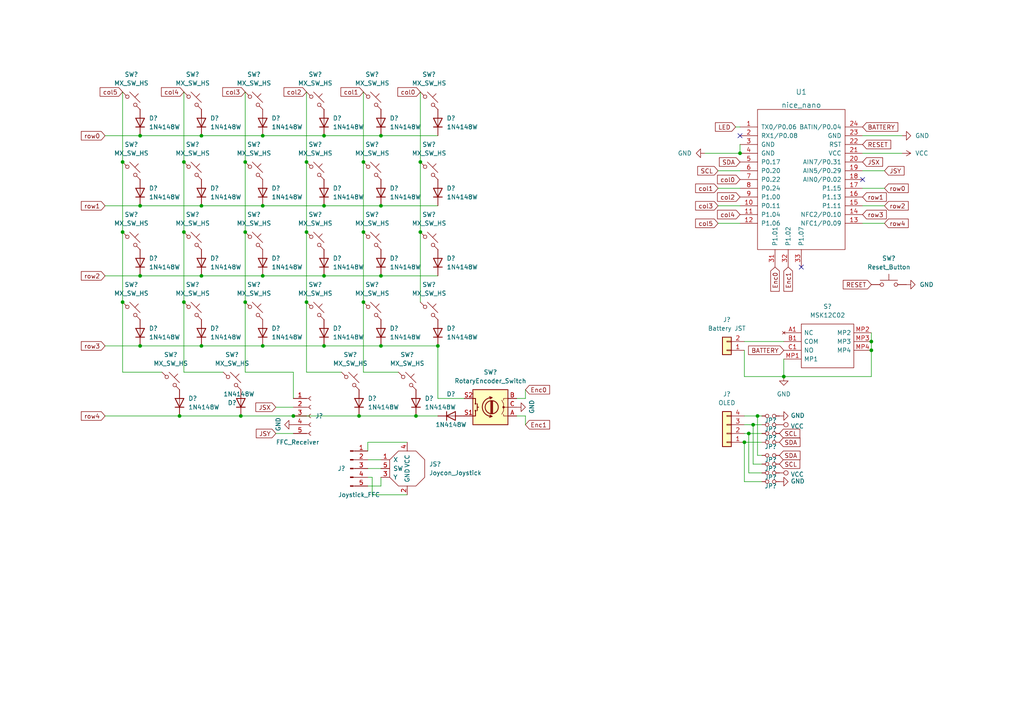
<source format=kicad_sch>
(kicad_sch (version 20211123) (generator eeschema)
  (paper "A4")
  (lib_symbols
    (symbol "Connector:Conn_01x05_Female" (pin_names (offset 1.016) hide)
      (property "Reference" "J" (at 0 7.62 0))
      (property "Value" "Conn_01x05_Female" (at 0 -7.62 0))
      (symbol "Conn_01x05_Female_1_1"
        (arc (start 0 -4.572) (mid -0.508 -5.08) (end 0 -5.588) (stroke (width 0.1524)))
        (arc (start 0 -2.032) (mid -0.508 -2.54) (end 0 -3.048) (stroke (width 0.1524)))
        (polyline (pts (xy -1.27 -5.08) (xy -0.508 -5.08)) (stroke (width 0.1524)))
        (polyline (pts (xy -1.27 -2.54) (xy -0.508 -2.54)) (stroke (width 0.1524)))
        (polyline (pts (xy -1.27 0) (xy -0.508 0)) (stroke (width 0.1524)))
        (polyline (pts (xy -1.27 2.54) (xy -0.508 2.54)) (stroke (width 0.1524)))
        (polyline (pts (xy -1.27 5.08) (xy -0.508 5.08)) (stroke (width 0.1524)))
        (arc (start 0 0.508) (mid -0.508 0) (end 0 -0.508) (stroke (width 0.1524)))
        (arc (start 0 3.048) (mid -0.508 2.54) (end 0 2.032) (stroke (width 0.1524)))
        (arc (start 0 5.588) (mid -0.508 5.08) (end 0 4.572) (stroke (width 0.1524)))
        (pin passive line (at -5.08 5.08 0) (length 3.81) (name "Pin_1") (number "1"))
        (pin passive line (at -5.08 2.54 0) (length 3.81) (name "Pin_2") (number "2"))
        (pin passive line (at -5.08 0 0) (length 3.81) (name "Pin_3") (number "3"))
        (pin passive line (at -5.08 -2.54 0) (length 3.81) (name "Pin_4") (number "4"))
        (pin passive line (at -5.08 -5.08 0) (length 3.81) (name "Pin_5") (number "5"))
      )
    )
    (symbol "Connector:Conn_01x05_Male" (pin_names (offset 1.016) hide)
      (property "Reference" "J" (at 0 7.62 0))
      (property "Value" "Conn_01x05_Male" (at 0 -7.62 0))
      (symbol "Conn_01x05_Male_1_1"
        (polyline (pts (xy 1.27 -5.08) (xy 0.8636 -5.08)) (stroke (width 0.1524)))
        (polyline (pts (xy 1.27 -2.54) (xy 0.8636 -2.54)) (stroke (width 0.1524)))
        (polyline (pts (xy 1.27 0) (xy 0.8636 0)) (stroke (width 0.1524)))
        (polyline (pts (xy 1.27 2.54) (xy 0.8636 2.54)) (stroke (width 0.1524)))
        (polyline (pts (xy 1.27 5.08) (xy 0.8636 5.08)) (stroke (width 0.1524)))
        (rectangle (start 0.8636 -4.953) (end 0 -5.207) (stroke (width 0.1524)) (fill (type outline)))
        (rectangle (start 0.8636 -2.413) (end 0 -2.667) (stroke (width 0.1524)) (fill (type outline)))
        (rectangle (start 0.8636 0.127) (end 0 -0.127) (stroke (width 0.1524)) (fill (type outline)))
        (rectangle (start 0.8636 2.667) (end 0 2.413) (stroke (width 0.1524)) (fill (type outline)))
        (rectangle (start 0.8636 5.207) (end 0 4.953) (stroke (width 0.1524)) (fill (type outline)))
        (pin passive line (at 5.08 5.08 180) (length 3.81) (name "Pin_1") (number "1"))
        (pin passive line (at 5.08 2.54 180) (length 3.81) (name "Pin_2") (number "2"))
        (pin passive line (at 5.08 0 180) (length 3.81) (name "Pin_3") (number "3"))
        (pin passive line (at 5.08 -2.54 180) (length 3.81) (name "Pin_4") (number "4"))
        (pin passive line (at 5.08 -5.08 180) (length 3.81) (name "Pin_5") (number "5"))
      )
    )
    (symbol "Connector_Generic:Conn_01x02" (pin_names (offset 1.016) hide)
      (property "Reference" "J" (at 0 2.54 0))
      (property "Value" "Conn_01x02" (at 0 -5.08 0))
      (symbol "Conn_01x02_1_1"
        (rectangle (start -1.27 -2.413) (end 0 -2.667) (stroke (width 0.1524)))
        (rectangle (start -1.27 0.127) (end 0 -0.127) (stroke (width 0.1524)))
        (rectangle (start -1.27 1.27) (end 1.27 -3.81) (stroke (width 0.254)) (fill (type background)))
        (pin passive line (at -5.08 0 0) (length 3.81) (name "Pin_1") (number "1"))
        (pin passive line (at -5.08 -2.54 0) (length 3.81) (name "Pin_2") (number "2"))
      )
    )
    (symbol "Connector_Generic:Conn_01x04" (pin_names (offset 1.016) hide)
      (property "Reference" "J" (at 0 5.08 0))
      (property "Value" "Conn_01x04" (at 0 -7.62 0))
      (symbol "Conn_01x04_1_1"
        (rectangle (start -1.27 -4.953) (end 0 -5.207) (stroke (width 0.1524)))
        (rectangle (start -1.27 -2.413) (end 0 -2.667) (stroke (width 0.1524)))
        (rectangle (start -1.27 0.127) (end 0 -0.127) (stroke (width 0.1524)))
        (rectangle (start -1.27 2.667) (end 0 2.413) (stroke (width 0.1524)))
        (rectangle (start -1.27 3.81) (end 1.27 -6.35) (stroke (width 0.254)) (fill (type background)))
        (pin passive line (at -5.08 2.54 0) (length 3.81) (name "Pin_1") (number "1"))
        (pin passive line (at -5.08 0 0) (length 3.81) (name "Pin_2") (number "2"))
        (pin passive line (at -5.08 -2.54 0) (length 3.81) (name "Pin_3") (number "3"))
        (pin passive line (at -5.08 -5.08 0) (length 3.81) (name "Pin_4") (number "4"))
      )
    )
    (symbol "Device:RotaryEncoder_Switch" (pin_names (offset 0.254) hide)
      (property "Reference" "SW" (at 0 6.604 0))
      (property "Value" "RotaryEncoder_Switch" (at 0 -6.604 0))
      (symbol "RotaryEncoder_Switch_0_1"
        (rectangle (start -5.08 5.08) (end 5.08 -5.08) (stroke (width 0.254)) (fill (type background)))
        (circle (center -3.81 0) (radius 0.254) (fill (type outline)))
        (arc (start -0.381 -2.794) (mid 2.3622 -0.0508) (end -0.381 2.667) (stroke (width 0.254)))
        (circle (center -0.381 0) (radius 1.905) (stroke (width 0.254)))
        (polyline (pts (xy -0.635 -1.778) (xy -0.635 1.778)) (stroke (width 0.254)))
        (polyline (pts (xy -0.381 -1.778) (xy -0.381 1.778)) (stroke (width 0.254)))
        (polyline (pts (xy -0.127 1.778) (xy -0.127 -1.778)) (stroke (width 0.254)))
        (polyline (pts (xy 3.81 0) (xy 3.429 0)) (stroke (width 0.254)))
        (polyline (pts (xy 3.81 1.016) (xy 3.81 -1.016)) (stroke (width 0.254)))
        (polyline (pts (xy -5.08 -2.54) (xy -3.81 -2.54) (xy -3.81 -2.032)))
        (polyline (pts (xy -5.08 2.54) (xy -3.81 2.54) (xy -3.81 2.032)))
        (polyline (pts (xy 0.254 -3.048) (xy -0.508 -2.794) (xy 0.127 -2.413)) (stroke (width 0.254)))
        (polyline (pts (xy 0.254 2.921) (xy -0.508 2.667) (xy 0.127 2.286)) (stroke (width 0.254)))
        (polyline (pts (xy 5.08 -2.54) (xy 4.318 -2.54) (xy 4.318 -1.016)) (stroke (width 0.254)))
        (polyline (pts (xy 5.08 2.54) (xy 4.318 2.54) (xy 4.318 1.016)) (stroke (width 0.254)))
        (polyline (pts (xy -5.08 0) (xy -3.81 0) (xy -3.81 -1.016) (xy -3.302 -2.032)))
        (polyline (pts (xy -4.318 0) (xy -3.81 0) (xy -3.81 1.016) (xy -3.302 2.032)))
        (circle (center 4.318 -1.016) (radius 0.127) (stroke (width 0.254)))
        (circle (center 4.318 1.016) (radius 0.127) (stroke (width 0.254)))
      )
      (symbol "RotaryEncoder_Switch_1_1"
        (pin passive line (at -7.62 2.54 0) (length 2.54) (name "A") (number "A"))
        (pin passive line (at -7.62 -2.54 0) (length 2.54) (name "B") (number "B"))
        (pin passive line (at -7.62 0 0) (length 2.54) (name "C") (number "C"))
        (pin passive line (at 7.62 2.54 180) (length 2.54) (name "S1") (number "S1"))
        (pin passive line (at 7.62 -2.54 180) (length 2.54) (name "S2") (number "S2"))
      )
    )
    (symbol "Diode:1N4148W" (pin_numbers hide) (pin_names hide)
      (property "Reference" "D" (at 0 2.54 0))
      (property "Value" "1N4148W" (at 0 -2.54 0))
      (symbol "1N4148W_0_1"
        (polyline (pts (xy -1.27 1.27) (xy -1.27 -1.27)) (stroke (width 0.254)))
        (polyline (pts (xy 1.27 0) (xy -1.27 0)))
        (polyline (pts (xy 1.27 1.27) (xy 1.27 -1.27) (xy -1.27 0) (xy 1.27 1.27)) (stroke (width 0.254)))
      )
      (symbol "1N4148W_1_1"
        (pin passive line (at -3.81 0 0) (length 2.54) (name "K") (number "1"))
        (pin passive line (at 3.81 0 180) (length 2.54) (name "A") (number "2"))
      )
    )
    (symbol "GND_1" (power) (pin_names (offset 0))
      (property "Value" "GND_1" (at 0 -3.81 0))
      (symbol "GND_1_0_1"
        (polyline (pts (xy 0 0) (xy 0 -1.27) (xy 1.27 -1.27) (xy 0 -2.54) (xy -1.27 -1.27) (xy 0 -1.27)))
      )
      (symbol "GND_1_1_1"
        (pin power_in line (at 0 0 270) (length 0) hide (name "GND") (number "1"))
      )
    )
    (symbol "GND_2" (power) (pin_names (offset 0))
      (property "Value" "GND_2" (at 0 -3.81 0))
      (symbol "GND_2_0_1"
        (polyline (pts (xy 0 0) (xy 0 -1.27) (xy 1.27 -1.27) (xy 0 -2.54) (xy -1.27 -1.27) (xy 0 -1.27)))
      )
      (symbol "GND_2_1_1"
        (pin power_in line (at 0 0 270) (length 0) hide (name "GND") (number "1"))
      )
    )
    (symbol "GND_3" (power) (pin_names (offset 0))
      (property "Value" "GND_3" (at 0 -3.81 0))
      (symbol "GND_3_0_1"
        (polyline (pts (xy 0 0) (xy 0 -1.27) (xy 1.27 -1.27) (xy 0 -2.54) (xy -1.27 -1.27) (xy 0 -1.27)))
      )
      (symbol "GND_3_1_1"
        (pin power_in line (at 0 0 270) (length 0) hide (name "GND") (number "1"))
      )
    )
    (symbol "GND_4" (power) (pin_names (offset 0))
      (property "Value" "GND_4" (at 0 -3.81 0))
      (symbol "GND_4_0_1"
        (polyline (pts (xy 0 0) (xy 0 -1.27) (xy 1.27 -1.27) (xy 0 -2.54) (xy -1.27 -1.27) (xy 0 -1.27)))
      )
      (symbol "GND_4_1_1"
        (pin power_in line (at 0 0 270) (length 0) hide (name "GND") (number "1"))
      )
    )
    (symbol "MSK12C02:MSK12C02" (pin_names (offset 0.762))
      (property "Reference" "S" (at 21.59 7.62 0))
      (property "Value" "MSK12C02" (at 21.59 5.08 0))
      (symbol "MSK12C02_0_0"
        (pin no_connect line (at 0 0 0) (length 5.08) (name "NC") (number "A1"))
        (pin passive line (at 0 -2.54 0) (length 5.08) (name "COM") (number "B1"))
        (pin passive line (at 0 -5.08 0) (length 5.08) (name "NO") (number "C1"))
        (pin passive line (at 0 -7.62 0) (length 5.08) (name "MP1") (number "MP1"))
        (pin passive line (at 25.4 0 180) (length 5.08) (name "MP2") (number "MP2"))
        (pin passive line (at 25.4 -2.54 180) (length 5.08) (name "MP3") (number "MP3"))
        (pin passive line (at 25.4 -5.08 180) (length 5.08) (name "MP4") (number "MP4"))
      )
      (symbol "MSK12C02_0_1"
        (polyline (pts (xy 5.08 2.54) (xy 20.32 2.54) (xy 20.32 -10.16) (xy 5.08 -10.16) (xy 5.08 2.54)) (stroke (width 0.1524)))
      )
    )
    (symbol "SofleKeyboard-rescue:GND-power" (power) (pin_names (offset 0))
      (property "Value" "GND-power" (at 0 -3.81 0))
      (symbol "GND-power_0_1"
        (polyline (pts (xy 0 0) (xy 0 -1.27) (xy 1.27 -1.27) (xy 0 -2.54) (xy -1.27 -1.27) (xy 0 -1.27)))
      )
      (symbol "GND-power_1_1"
        (pin power_in line (at 0 0 270) (length 0) hide (name "GND") (number "1"))
      )
    )
    (symbol "SofleKeyboard-rescue:Jumper_NO_Small-Device" (pin_numbers hide) (pin_names (offset 0.762) hide)
      (property "Reference" "JP" (at 0 2.032 0))
      (property "Value" "Jumper_NO_Small-Device" (at 0.254 -1.524 0))
      (symbol "Jumper_NO_Small-Device_0_1"
        (circle (center -1.016 0) (radius 0.508))
        (circle (center 1.016 0) (radius 0.508))
        (pin passive line (at -2.54 0 0) (length 1.016) (name "1") (number "1"))
        (pin passive line (at 2.54 0 180) (length 1.016) (name "2") (number "2"))
      )
    )
    (symbol "SofleKeyboard-rescue:VCC-power" (power) (pin_names (offset 0))
      (property "Value" "VCC-power" (at 0 3.81 0))
      (symbol "VCC-power_0_1"
        (polyline (pts (xy 0 0) (xy 0 1.27)))
        (circle (center 0 1.905) (radius 0.635))
      )
      (symbol "VCC-power_1_1"
        (pin power_in line (at 0 0 90) (length 0) hide (name "VCC") (number "1"))
      )
    )
    (symbol "Switch:SW_Push" (pin_numbers hide) (pin_names (offset 1.016) hide)
      (property "Reference" "SW" (at 1.27 2.54 0))
      (property "Value" "SW_Push" (at 0 -1.524 0))
      (symbol "SW_Push_0_1"
        (circle (center -2.032 0) (radius 0.508))
        (polyline (pts (xy 0 1.27) (xy 0 3.048)))
        (polyline (pts (xy 2.54 1.27) (xy -2.54 1.27)))
        (circle (center 2.032 0) (radius 0.508))
        (pin passive line (at -5.08 0 0) (length 2.54) (name "1") (number "1"))
        (pin passive line (at 5.08 0 180) (length 2.54) (name "2") (number "2"))
      )
    )
    (symbol "marbastlib-mx:MX_SW_HS" (pin_numbers hide) (pin_names (offset 1.016) hide)
      (property "Reference" "SW" (at 3.048 1.016 0))
      (property "Value" "MX_SW_HS" (at 0 -3.81 0))
      (symbol "MX_SW_HS_0_1"
        (circle (center -1.1684 1.1684) (radius 0.508))
        (polyline (pts (xy -0.508 2.54) (xy 2.54 -0.508)))
        (polyline (pts (xy 1.016 1.016) (xy 2.032 2.032)))
        (polyline (pts (xy -2.54 2.54) (xy -1.524 1.524) (xy -1.524 1.524)))
        (polyline (pts (xy 1.524 -1.524) (xy 2.54 -2.54) (xy 2.54 -2.54) (xy 2.54 -2.54)))
        (circle (center 1.143 -1.1938) (radius 0.508))
        (pin passive line (at -2.54 2.54 0) (length 0) (name "1") (number "1"))
        (pin passive line (at 2.54 -2.54 180) (length 0) (name "2") (number "2"))
      )
    )
    (symbol "marbastlib-various:joystick_switch" (pin_names (offset 1.016))
      (property "Reference" "JS" (at -5.08 5.08 0))
      (property "Value" "joystick_switch" (at -8.89 7.62 0))
      (symbol "joystick_switch_0_1"
        (polyline (pts (xy -5.08 2.54) (xy -5.08 -2.54) (xy -2.54 -5.08) (xy 1.27 -5.08) (xy 2.54 -5.08) (xy 5.08 -2.54) (xy 5.08 2.54) (xy 2.54 5.08) (xy -2.54 5.08) (xy -5.08 2.54)))
      )
      (symbol "joystick_switch_1_1"
        (pin output line (at -7.62 2.54 0) (length 2.54) (name "X") (number "1"))
        (pin power_in line (at 0 -7.62 90) (length 2.54) (name "GND") (number "2"))
        (pin output line (at -7.62 -2.54 0) (length 2.54) (name "Y") (number "3"))
        (pin power_in line (at 0 7.62 270) (length 2.54) (name "VCC") (number "4"))
        (pin output line (at -7.62 0 0) (length 2.54) (name "SW") (number "5"))
      )
    )
    (symbol "nice_nano:nice_nano" (pin_names (offset 1.016))
      (property "Reference" "U" (at 0 0 0))
      (property "Value" "nice_nano" (at 0 2.54 0))
      (symbol "nice_nano_0_1"
        (rectangle (start -12.7 -21.59) (end 12.7 19.05))
      )
      (symbol "nice_nano_1_1"
        (pin input line (at -17.78 13.97 0) (length 5.08) (name "TX0/P0.06") (number "1"))
        (pin input line (at -17.78 -8.89 0) (length 5.08) (name "P0.11") (number "10"))
        (pin input line (at -17.78 -11.43 0) (length 5.08) (name "P1.04") (number "11"))
        (pin input line (at -17.78 -13.97 0) (length 5.08) (name "P1.06") (number "12"))
        (pin input line (at 17.78 -13.97 180) (length 5.08) (name "NFC1/P0.09") (number "13"))
        (pin input line (at 17.78 -11.43 180) (length 5.08) (name "NFC2/P0.10") (number "14"))
        (pin input line (at 17.78 -8.89 180) (length 5.08) (name "P1.11") (number "15"))
        (pin input line (at 17.78 -6.35 180) (length 5.08) (name "P1.13") (number "16"))
        (pin input line (at 17.78 -3.81 180) (length 5.08) (name "P1.15") (number "17"))
        (pin input line (at 17.78 -1.27 180) (length 5.08) (name "AIN0/P0.02") (number "18"))
        (pin input line (at 17.78 1.27 180) (length 5.08) (name "AIN5/P0.29") (number "19"))
        (pin input line (at -17.78 11.43 0) (length 5.08) (name "RX1/P0.08") (number "2"))
        (pin input line (at 17.78 3.81 180) (length 5.08) (name "AIN7/P0.31") (number "20"))
        (pin input line (at 17.78 6.35 180) (length 5.08) (name "VCC") (number "21"))
        (pin input line (at 17.78 8.89 180) (length 5.08) (name "RST") (number "22"))
        (pin input line (at 17.78 11.43 180) (length 5.08) (name "GND") (number "23"))
        (pin input line (at 17.78 13.97 180) (length 5.08) (name "BATIN/P0.04") (number "24"))
        (pin input line (at -17.78 8.89 0) (length 5.08) (name "GND") (number "3"))
        (pin input line (at -7.62 -26.67 90) (length 5.08) (name "P1.01") (number "31"))
        (pin input line (at -3.81 -26.67 90) (length 5.08) (name "P1.02") (number "32"))
        (pin input line (at 0 -26.67 90) (length 5.08) (name "P1.07") (number "33"))
        (pin input line (at -17.78 6.35 0) (length 5.08) (name "GND") (number "4"))
        (pin input line (at -17.78 3.81 0) (length 5.08) (name "P0.17") (number "5"))
        (pin input line (at -17.78 1.27 0) (length 5.08) (name "P0.20") (number "6"))
        (pin input line (at -17.78 -1.27 0) (length 5.08) (name "P0.22") (number "7"))
        (pin input line (at -17.78 -3.81 0) (length 5.08) (name "P0.24") (number "8"))
        (pin input line (at -17.78 -6.35 0) (length 5.08) (name "P1.00") (number "9"))
      )
    )
    (symbol "power:GND" (power) (pin_names (offset 0))
      (property "Value" "GND" (at 0 -3.81 0))
      (symbol "GND_0_1"
        (polyline (pts (xy 0 0) (xy 0 -1.27) (xy 1.27 -1.27) (xy 0 -2.54) (xy -1.27 -1.27) (xy 0 -1.27)))
      )
      (symbol "GND_1_1"
        (pin power_in line (at 0 0 270) (length 0) hide (name "GND") (number "1"))
      )
    )
    (symbol "power:VCC" (power) (pin_names (offset 0))
      (property "Value" "VCC" (at 0 3.81 0))
      (symbol "VCC_0_1"
        (polyline (pts (xy -0.762 1.27) (xy 0 2.54)))
        (polyline (pts (xy 0 0) (xy 0 2.54)))
        (polyline (pts (xy 0 2.54) (xy 0.762 1.27)))
      )
      (symbol "VCC_1_1"
        (pin power_in line (at 0 0 90) (length 0) hide (name "VCC") (number "1"))
      )
    )
  )
  (junction (at 40.64 59.69))
  (junction (at 88.9 87.63))
  (junction (at 71.12 87.63))
  (junction (at 76.2 80.01))
  (junction (at 110.49 100.33))
  (junction (at 35.56 46.99))
  (junction (at 110.49 80.01))
  (junction (at 93.98 59.69))
  (junction (at 40.64 39.37))
  (junction (at 71.12 67.31))
  (junction (at 58.42 39.37))
  (junction (at 35.56 87.63))
  (junction (at 58.42 59.69))
  (junction (at 85.09 120.65))
  (junction (at 76.2 100.33))
  (junction (at 121.92 67.31))
  (junction (at 40.64 80.01))
  (junction (at 227.33 109.22))
  (junction (at 219.71 120.65))
  (junction (at 88.9 67.31))
  (junction (at 71.12 46.99))
  (junction (at 121.92 46.99))
  (junction (at 214.63 44.45))
  (junction (at 58.42 100.33))
  (junction (at 69.85 120.65))
  (junction (at 215.9 128.27))
  (junction (at 76.2 59.69))
  (junction (at 35.56 67.31))
  (junction (at 104.14 120.65))
  (junction (at 88.9 46.99))
  (junction (at 105.41 67.31))
  (junction (at 53.34 67.31))
  (junction (at 105.41 87.63))
  (junction (at 93.98 39.37))
  (junction (at 58.42 80.01))
  (junction (at 120.65 120.65))
  (junction (at 105.41 46.99))
  (junction (at 218.44 123.19))
  (junction (at 252.73 101.6))
  (junction (at 110.49 59.69))
  (junction (at 93.98 100.33))
  (junction (at 110.49 39.37))
  (junction (at 252.73 99.06))
  (junction (at 52.07 120.65))
  (junction (at 53.34 87.63))
  (junction (at 40.64 100.33))
  (junction (at 93.98 80.01))
  (junction (at 76.2 39.37))
  (junction (at 127 100.33))
  (junction (at 53.34 46.99))
  (junction (at 217.17 125.73))
  (no_connect (at 250.19 52.07))
  (no_connect (at 232.41 77.47))
  (no_connect (at 214.63 39.37))
  (wire (pts (xy 76.2 39.37) (xy 93.98 39.37)))
  (wire (pts (xy 213.36 36.83) (xy 214.63 36.83)))
  (wire (pts (xy 93.98 80.01) (xy 110.49 80.01)))
  (wire (pts (xy 40.64 80.01) (xy 58.42 80.01)))
  (wire (pts (xy 219.71 120.65) (xy 219.71 132.08)))
  (wire (pts (xy 58.42 39.37) (xy 76.2 39.37)))
  (wire (pts (xy 71.12 46.99) (xy 71.12 67.31)))
  (wire (pts (xy 208.28 54.61) (xy 214.63 54.61)))
  (wire (pts (xy 215.9 101.6) (xy 215.9 109.22)))
  (wire (pts (xy 214.63 41.91) (xy 214.63 44.45)))
  (wire (pts (xy 218.44 123.19) (xy 220.98 123.19)))
  (wire (pts (xy 53.34 26.67) (xy 53.34 46.99)))
  (wire (pts (xy 215.9 128.27) (xy 215.9 139.7)))
  (wire (pts (xy 215.9 123.19) (xy 218.44 123.19)))
  (wire (pts (xy 85.09 107.95) (xy 85.09 115.57)))
  (wire (pts (xy 107.95 138.43) (xy 107.95 143.51)))
  (wire (pts (xy 149.86 115.57) (xy 152.4 115.57)))
  (wire (pts (xy 35.56 26.67) (xy 35.56 46.99)))
  (wire (pts (xy 53.34 46.99) (xy 53.34 67.31)))
  (wire (pts (xy 53.34 67.31) (xy 53.34 87.63)))
  (wire (pts (xy 76.2 59.69) (xy 93.98 59.69)))
  (wire (pts (xy 104.14 120.65) (xy 120.65 120.65)))
  (wire (pts (xy 106.68 140.97) (xy 110.49 140.97)))
  (wire (pts (xy 105.41 67.31) (xy 105.41 87.63)))
  (wire (pts (xy 71.12 26.67) (xy 71.12 46.99)))
  (wire (pts (xy 256.54 64.77) (xy 250.19 64.77)))
  (wire (pts (xy 71.12 87.63) (xy 71.12 107.95)))
  (wire (pts (xy 215.9 120.65) (xy 219.71 120.65)))
  (wire (pts (xy 127 100.33) (xy 127 115.57)))
  (wire (pts (xy 217.17 137.16) (xy 220.98 137.16)))
  (wire (pts (xy 127 115.57) (xy 134.62 115.57)))
  (wire (pts (xy 35.56 87.63) (xy 35.56 107.95)))
  (wire (pts (xy 71.12 107.95) (xy 85.09 107.95)))
  (wire (pts (xy 88.9 67.31) (xy 88.9 87.63)))
  (wire (pts (xy 110.49 80.01) (xy 127 80.01)))
  (wire (pts (xy 58.42 80.01) (xy 76.2 80.01)))
  (wire (pts (xy 110.49 138.43) (xy 110.49 140.97)))
  (wire (pts (xy 121.92 67.31) (xy 121.92 87.63)))
  (wire (pts (xy 218.44 123.19) (xy 218.44 134.62)))
  (wire (pts (xy 58.42 100.33) (xy 76.2 100.33)))
  (wire (pts (xy 250.19 44.45) (xy 261.62 44.45)))
  (wire (pts (xy 110.49 39.37) (xy 127 39.37)))
  (wire (pts (xy 30.48 80.01) (xy 40.64 80.01)))
  (wire (pts (xy 76.2 100.33) (xy 93.98 100.33)))
  (wire (pts (xy 88.9 26.67) (xy 88.9 46.99)))
  (wire (pts (xy 85.09 120.65) (xy 104.14 120.65)))
  (wire (pts (xy 256.54 49.53) (xy 250.19 49.53)))
  (wire (pts (xy 80.01 125.73) (xy 85.09 125.73)))
  (wire (pts (xy 40.64 100.33) (xy 58.42 100.33)))
  (wire (pts (xy 88.9 87.63) (xy 88.9 107.95)))
  (wire (pts (xy 217.17 125.73) (xy 217.17 137.16)))
  (wire (pts (xy 252.73 101.6) (xy 252.73 109.22)))
  (wire (pts (xy 35.56 107.95) (xy 46.99 107.95)))
  (wire (pts (xy 227.33 109.22) (xy 252.73 109.22)))
  (wire (pts (xy 118.11 143.51) (xy 107.95 143.51)))
  (wire (pts (xy 52.07 120.65) (xy 69.85 120.65)))
  (wire (pts (xy 252.73 96.52) (xy 252.73 99.06)))
  (wire (pts (xy 40.64 39.37) (xy 58.42 39.37)))
  (wire (pts (xy 30.48 39.37) (xy 40.64 39.37)))
  (wire (pts (xy 219.71 120.65) (xy 220.98 120.65)))
  (wire (pts (xy 120.65 120.65) (xy 127 120.65)))
  (wire (pts (xy 76.2 80.01) (xy 93.98 80.01)))
  (wire (pts (xy 152.4 120.65) (xy 152.4 123.19)))
  (wire (pts (xy 35.56 67.31) (xy 35.56 87.63)))
  (wire (pts (xy 40.64 59.69) (xy 58.42 59.69)))
  (wire (pts (xy 35.56 46.99) (xy 35.56 67.31)))
  (wire (pts (xy 106.68 135.89) (xy 110.49 135.89)))
  (wire (pts (xy 149.86 120.65) (xy 152.4 120.65)))
  (wire (pts (xy 227.33 109.22) (xy 227.33 104.14)))
  (wire (pts (xy 30.48 59.69) (xy 40.64 59.69)))
  (wire (pts (xy 53.34 107.95) (xy 64.77 107.95)))
  (wire (pts (xy 71.12 67.31) (xy 71.12 87.63)))
  (wire (pts (xy 215.9 99.06) (xy 227.33 99.06)))
  (wire (pts (xy 121.92 26.67) (xy 121.92 46.99)))
  (wire (pts (xy 217.17 125.73) (xy 220.98 125.73)))
  (wire (pts (xy 110.49 59.69) (xy 127 59.69)))
  (wire (pts (xy 152.4 113.03) (xy 152.4 115.57)))
  (wire (pts (xy 118.11 128.27) (xy 106.68 128.27)))
  (wire (pts (xy 208.28 49.53) (xy 214.63 49.53)))
  (wire (pts (xy 106.68 133.35) (xy 110.49 133.35)))
  (wire (pts (xy 69.85 120.65) (xy 85.09 120.65)))
  (wire (pts (xy 107.95 138.43) (xy 106.68 138.43)))
  (wire (pts (xy 252.73 99.06) (xy 252.73 101.6)))
  (wire (pts (xy 110.49 100.33) (xy 127 100.33)))
  (wire (pts (xy 105.41 46.99) (xy 105.41 67.31)))
  (wire (pts (xy 219.71 132.08) (xy 220.98 132.08)))
  (wire (pts (xy 208.28 59.69) (xy 214.63 59.69)))
  (wire (pts (xy 121.92 46.99) (xy 121.92 67.31)))
  (wire (pts (xy 30.48 100.33) (xy 40.64 100.33)))
  (wire (pts (xy 215.9 139.7) (xy 220.98 139.7)))
  (wire (pts (xy 208.28 64.77) (xy 214.63 64.77)))
  (wire (pts (xy 215.9 109.22) (xy 227.33 109.22)))
  (wire (pts (xy 93.98 39.37) (xy 110.49 39.37)))
  (wire (pts (xy 105.41 87.63) (xy 105.41 107.95)))
  (wire (pts (xy 215.9 125.73) (xy 217.17 125.73)))
  (wire (pts (xy 88.9 46.99) (xy 88.9 67.31)))
  (wire (pts (xy 93.98 59.69) (xy 110.49 59.69)))
  (wire (pts (xy 218.44 134.62) (xy 220.98 134.62)))
  (wire (pts (xy 106.68 128.27) (xy 106.68 130.81)))
  (wire (pts (xy 58.42 59.69) (xy 76.2 59.69)))
  (wire (pts (xy 204.47 44.45) (xy 214.63 44.45)))
  (wire (pts (xy 256.54 54.61) (xy 250.19 54.61)))
  (wire (pts (xy 220.98 128.27) (xy 215.9 128.27)))
  (wire (pts (xy 105.41 107.95) (xy 115.57 107.95)))
  (wire (pts (xy 88.9 107.95) (xy 99.06 107.95)))
  (wire (pts (xy 93.98 100.33) (xy 110.49 100.33)))
  (wire (pts (xy 53.34 87.63) (xy 53.34 107.95)))
  (wire (pts (xy 30.48 120.65) (xy 52.07 120.65)))
  (wire (pts (xy 256.54 59.69) (xy 250.19 59.69)))
  (wire (pts (xy 80.01 118.11) (xy 85.09 118.11)))
  (wire (pts (xy 105.41 26.67) (xy 105.41 46.99)))
  (wire (pts (xy 250.19 39.37) (xy 261.62 39.37)))
  (global_label "SDA" (shape input) (at 226.06 132.08 0) (property "Intersheet References" "${INTERSHEET_REFS}" (effects hide)))
  (global_label "BATTERY" (shape input) (at 250.19 36.83 0) (property "Intersheet References" "${INTERSHEET_REFS}" (effects hide)))
  (global_label "col2" (shape input) (at 214.63 57.15 180) (property "Intersheet References" "${INTERSHEET_REFS}" (effects hide)))
  (global_label "row1" (shape input) (at 30.48 59.69 180) (property "Intersheet References" "${INTERSHEET_REFS}" (effects hide)))
  (global_label "col4" (shape input) (at 214.63 62.23 180) (property "Intersheet References" "${INTERSHEET_REFS}" (effects hide)))
  (global_label "SDA" (shape input) (at 214.63 46.99 180) (property "Intersheet References" "${INTERSHEET_REFS}" (effects hide)))
  (global_label "col3" (shape input) (at 208.28 59.69 180) (property "Intersheet References" "${INTERSHEET_REFS}" (effects hide)))
  (global_label "SCL" (shape input) (at 208.28 49.53 180) (property "Intersheet References" "${INTERSHEET_REFS}" (effects hide)))
  (global_label "row3" (shape input) (at 250.19 62.23 0) (property "Intersheet References" "${INTERSHEET_REFS}" (effects hide)))
  (global_label "row4" (shape input) (at 256.54 64.77 0) (property "Intersheet References" "${INTERSHEET_REFS}" (effects hide)))
  (global_label "col5" (shape input) (at 35.56 26.67 180) (property "Intersheet References" "${INTERSHEET_REFS}" (effects hide)))
  (global_label "Enc0" (shape input) (at 152.4 113.03 0) (property "Intersheet References" "${INTERSHEET_REFS}" (effects hide)))
  (global_label "SCL" (shape input) (at 226.06 125.73 0) (property "Intersheet References" "${INTERSHEET_REFS}" (effects hide)))
  (global_label "col0" (shape input) (at 121.92 26.67 180) (property "Intersheet References" "${INTERSHEET_REFS}" (effects hide)))
  (global_label "JSX" (shape input) (at 250.19 46.99 0) (property "Intersheet References" "${INTERSHEET_REFS}" (effects hide)))
  (global_label "row0" (shape input) (at 256.54 54.61 0) (property "Intersheet References" "${INTERSHEET_REFS}" (effects hide)))
  (global_label "col2" (shape input) (at 88.9 26.67 180) (property "Intersheet References" "${INTERSHEET_REFS}" (effects hide)))
  (global_label "row2" (shape input) (at 256.54 59.69 0) (property "Intersheet References" "${INTERSHEET_REFS}" (effects hide)))
  (global_label "SCL" (shape input) (at 226.06 134.62 0) (property "Intersheet References" "${INTERSHEET_REFS}" (effects hide)))
  (global_label "BATTERY" (shape input) (at 227.33 101.6 180) (property "Intersheet References" "${INTERSHEET_REFS}" (effects hide)))
  (global_label "JSY" (shape input) (at 80.01 125.73 180) (property "Intersheet References" "${INTERSHEET_REFS}" (effects hide)))
  (global_label "col5" (shape input) (at 208.28 64.77 180) (property "Intersheet References" "${INTERSHEET_REFS}" (effects hide)))
  (global_label "col0" (shape input) (at 214.63 52.07 180) (property "Intersheet References" "${INTERSHEET_REFS}" (effects hide)))
  (global_label "row4" (shape input) (at 30.48 120.65 180) (property "Intersheet References" "${INTERSHEET_REFS}" (effects hide)))
  (global_label "col3" (shape input) (at 71.12 26.67 180) (property "Intersheet References" "${INTERSHEET_REFS}" (effects hide)))
  (global_label "Enc0" (shape input) (at 224.79 77.47 270) (property "Intersheet References" "${INTERSHEET_REFS}" (effects hide)))
  (global_label "col4" (shape input) (at 53.34 26.67 180) (property "Intersheet References" "${INTERSHEET_REFS}" (effects hide)))
  (global_label "JSX" (shape input) (at 80.01 118.11 180) (property "Intersheet References" "${INTERSHEET_REFS}" (effects hide)))
  (global_label "JSY" (shape input) (at 256.54 49.53 0) (property "Intersheet References" "${INTERSHEET_REFS}" (effects hide)))
  (global_label "col1" (shape input) (at 208.28 54.61 180) (property "Intersheet References" "${INTERSHEET_REFS}" (effects hide)))
  (global_label "row2" (shape input) (at 30.48 80.01 180) (property "Intersheet References" "${INTERSHEET_REFS}" (effects hide)))
  (global_label "SDA" (shape input) (at 226.06 128.27 0) (property "Intersheet References" "${INTERSHEET_REFS}" (effects hide)))
  (global_label "Enc1" (shape input) (at 228.6 77.47 270) (property "Intersheet References" "${INTERSHEET_REFS}" (effects hide)))
  (global_label "Enc1" (shape input) (at 152.4 123.19 0) (property "Intersheet References" "${INTERSHEET_REFS}" (effects hide)))
  (global_label "row3" (shape input) (at 30.48 100.33 180) (property "Intersheet References" "${INTERSHEET_REFS}" (effects hide)))
  (global_label "RESET" (shape input) (at 250.19 41.91 0) (property "Intersheet References" "${INTERSHEET_REFS}" (effects hide)))
  (global_label "LED" (shape input) (at 213.36 36.83 180) (property "Intersheet References" "${INTERSHEET_REFS}" (effects hide)))
  (global_label "col1" (shape input) (at 105.41 26.67 180) (property "Intersheet References" "${INTERSHEET_REFS}" (effects hide)))
  (global_label "RESET" (shape input) (at 252.73 82.55 180) (property "Intersheet References" "${INTERSHEET_REFS}" (effects hide)))
  (global_label "row1" (shape input) (at 250.19 57.15 0) (property "Intersheet References" "${INTERSHEET_REFS}" (effects hide)))
  (global_label "row0" (shape input) (at 30.48 39.37 180) (property "Intersheet References" "${INTERSHEET_REFS}" (effects hide)))
  (symbol (lib_id "Diode:1N4148W") (at 40.64 55.88 90) (unit 1)
    (property "Reference" "D?" (at 43.18 54.6099 90) (effects (justify right)))
    (property "Value" "1N4148W" (at 43.18 57.1499 90) (effects (justify right)))
    (property "Footprint" "Diode_SMD:D_SOD-123" (effects hide))
    (property "Datasheet" "https://www.vishay.com/docs/85748/1n4148w.pdf" (effects hide))
  )
  (symbol (lib_id "Diode:1N4148W") (at 40.64 76.2 90) (unit 1)
    (property "Reference" "D?" (at 43.18 74.9299 90) (effects (justify right)))
    (property "Value" "1N4148W" (at 43.18 77.4699 90) (effects (justify right)))
    (property "Footprint" "Diode_SMD:D_SOD-123" (effects hide))
    (property "Datasheet" "https://www.vishay.com/docs/85748/1n4148w.pdf" (effects hide))
  )
  (symbol (lib_id "SofleKeyboard-rescue:Jumper_NO_Small-Device") (at 223.52 120.65 0) (unit 1)
    (property "Reference" "JP?" (at 223.52 121.92 0))
    (property "Value" "Jumper_NO_Small" (effects hide))
    (property "Footprint" "SofleKeyboard-footprint:Jumper" (effects hide))
  )
  (symbol (lib_id "SofleKeyboard-rescue:GND-power") (at 226.06 120.65 90) (unit 1)
    (property "Reference" "#PWR?" (effects hide))
    (property "Value" "GND" (at 229.3112 120.523 90) (effects (justify right)))
  )
  (symbol (lib_id "marbastlib-mx:MX_SW_HS") (at 55.88 69.85 0) (unit 1)
    (property "Reference" "SW?" (at 55.88 62.23 0))
    (property "Value" "MX_SW_HS" (at 55.88 64.77 0))
    (property "Footprint" "marbastlib-mx:SW_MX_HS_1u" (effects hide))
  )
  (symbol (lib_id "power:VCC") (at 261.62 44.45 270) (unit 1)
    (property "Reference" "#PWR?" (effects hide))
    (property "Value" "VCC" (at 265.43 44.4499 90) (effects (justify left)))
  )
  (symbol (lib_id "marbastlib-mx:MX_SW_HS") (at 38.1 90.17 0) (unit 1)
    (property "Reference" "SW?" (at 38.1 82.55 0))
    (property "Value" "MX_SW_HS" (at 38.1 85.09 0))
    (property "Footprint" "marbastlib-mx:SW_MX_HS_1u" (effects hide))
  )
  (symbol (lib_id "Diode:1N4148W") (at 110.49 96.52 90) (unit 1)
    (property "Reference" "D?" (at 113.03 95.2499 90) (effects (justify right)))
    (property "Value" "1N4148W" (at 113.03 97.7899 90) (effects (justify right)))
    (property "Footprint" "Diode_SMD:D_SOD-123" (effects hide))
    (property "Datasheet" "https://www.vishay.com/docs/85748/1n4148w.pdf" (effects hide))
  )
  (symbol (lib_id "marbastlib-mx:MX_SW_HS") (at 107.95 69.85 0) (unit 1)
    (property "Reference" "SW?" (at 107.95 62.23 0))
    (property "Value" "MX_SW_HS" (at 107.95 64.77 0))
    (property "Footprint" "marbastlib-mx:SW_MX_HS_1u" (effects hide))
  )
  (symbol (lib_id "SofleKeyboard-rescue:Jumper_NO_Small-Device") (at 223.52 139.7 0) (unit 1)
    (property "Reference" "JP?" (at 223.52 140.97 0))
    (property "Value" "Jumper_NO_Small" (effects hide))
    (property "Footprint" "SofleKeyboard-footprint:Jumper" (effects hide))
  )
  (symbol (lib_id "nice_nano:nice_nano") (at 232.41 50.8 0) (unit 1)
    (property "Reference" "U1" (at 232.41 26.67 0) (effects (font (size 1.524 1.524))))
    (property "Value" "nice_nano" (at 232.41 30.48 0) (effects (font (size 1.524 1.524))))
    (property "Footprint" "nice-nano-kicad-master:nice_nano" (effects hide))
  )
  (symbol (lib_id "SofleKeyboard-rescue:Jumper_NO_Small-Device") (at 223.52 137.16 0) (unit 1)
    (property "Reference" "JP?" (at 223.52 138.43 0))
    (property "Value" "Jumper_NO_Small" (effects hide))
    (property "Footprint" "SofleKeyboard-footprint:Jumper" (effects hide))
  )
  (symbol (lib_name "GND_2") (lib_id "power:GND") (at 261.62 39.37 90) (unit 1)
    (property "Reference" "#PWR?" (effects hide))
    (property "Value" "GND" (at 265.43 39.3699 90) (effects (justify right)))
  )
  (symbol (lib_id "marbastlib-mx:MX_SW_HS") (at 118.11 110.49 0) (unit 1)
    (property "Reference" "SW?" (at 118.11 102.87 0))
    (property "Value" "MX_SW_HS" (at 118.11 105.41 0))
    (property "Footprint" "marbastlib-mx:SW_MX_HS_1u" (effects hide))
  )
  (symbol (lib_id "SofleKeyboard-rescue:Jumper_NO_Small-Device") (at 223.52 128.27 0) (unit 1)
    (property "Reference" "JP?" (at 223.52 129.54 0))
    (property "Value" "Jumper_NO_Small" (effects hide))
    (property "Footprint" "SofleKeyboard-footprint:Jumper" (effects hide))
  )
  (symbol (lib_id "power:GND") (at 85.09 123.19 270) (mirror x) (unit 1)
    (property "Reference" "#PWR?" (effects hide))
    (property "Value" "GND" (at 80.6958 123.063 0))
  )
  (symbol (lib_id "Diode:1N4148W") (at 58.42 76.2 90) (unit 1)
    (property "Reference" "D?" (at 60.96 74.9299 90) (effects (justify right)))
    (property "Value" "1N4148W" (at 60.96 77.4699 90) (effects (justify right)))
    (property "Footprint" "Diode_SMD:D_SOD-123" (effects hide))
    (property "Datasheet" "https://www.vishay.com/docs/85748/1n4148w.pdf" (effects hide))
  )
  (symbol (lib_id "marbastlib-mx:MX_SW_HS") (at 38.1 49.53 0) (unit 1)
    (property "Reference" "SW?" (at 38.1 41.91 0))
    (property "Value" "MX_SW_HS" (at 38.1 44.45 0))
    (property "Footprint" "marbastlib-mx:SW_MX_HS_1u" (effects hide))
  )
  (symbol (lib_id "marbastlib-mx:MX_SW_HS") (at 55.88 29.21 0) (unit 1)
    (property "Reference" "SW?" (at 55.88 21.59 0))
    (property "Value" "MX_SW_HS" (at 55.88 24.13 0))
    (property "Footprint" "marbastlib-mx:SW_MX_HS_1u" (effects hide))
  )
  (symbol (lib_id "marbastlib-mx:MX_SW_HS") (at 124.46 49.53 0) (unit 1)
    (property "Reference" "SW?" (at 124.46 41.91 0))
    (property "Value" "MX_SW_HS" (at 124.46 44.45 0))
    (property "Footprint" "marbastlib-mx:SW_MX_HS_1u" (effects hide))
  )
  (symbol (lib_id "Diode:1N4148W") (at 93.98 76.2 90) (unit 1)
    (property "Reference" "D?" (at 96.52 74.9299 90) (effects (justify right)))
    (property "Value" "1N4148W" (at 96.52 77.4699 90) (effects (justify right)))
    (property "Footprint" "Diode_SMD:D_SOD-123" (effects hide))
    (property "Datasheet" "https://www.vishay.com/docs/85748/1n4148w.pdf" (effects hide))
  )
  (symbol (lib_id "Diode:1N4148W") (at 40.64 96.52 90) (unit 1)
    (property "Reference" "D?" (at 43.18 95.2499 90) (effects (justify right)))
    (property "Value" "1N4148W" (at 43.18 97.7899 90) (effects (justify right)))
    (property "Footprint" "Diode_SMD:D_SOD-123" (effects hide))
    (property "Datasheet" "https://www.vishay.com/docs/85748/1n4148w.pdf" (effects hide))
  )
  (symbol (lib_name "GND_4") (lib_id "power:GND") (at 227.33 109.22 0) (unit 1)
    (property "Reference" "#PWR?" (effects hide))
    (property "Value" "GND" (at 227.33 114.3 0))
  )
  (symbol (lib_id "Diode:1N4148W") (at 127 96.52 90) (unit 1)
    (property "Reference" "D?" (at 129.54 95.2499 90) (effects (justify right)))
    (property "Value" "1N4148W" (at 129.54 97.7899 90) (effects (justify right)))
    (property "Footprint" "Diode_SMD:D_SOD-123" (effects hide))
    (property "Datasheet" "https://www.vishay.com/docs/85748/1n4148w.pdf" (effects hide))
  )
  (symbol (lib_id "Diode:1N4148W") (at 40.64 35.56 90) (unit 1)
    (property "Reference" "D?" (at 43.18 34.2899 90) (effects (justify right)))
    (property "Value" "1N4148W" (at 43.18 36.8299 90) (effects (justify right)))
    (property "Footprint" "Diode_SMD:D_SOD-123" (effects hide))
    (property "Datasheet" "https://www.vishay.com/docs/85748/1n4148w.pdf" (effects hide))
  )
  (symbol (lib_id "marbastlib-mx:MX_SW_HS") (at 73.66 49.53 0) (unit 1)
    (property "Reference" "SW?" (at 73.66 41.91 0))
    (property "Value" "MX_SW_HS" (at 73.66 44.45 0))
    (property "Footprint" "marbastlib-mx:SW_MX_HS_1u" (effects hide))
  )
  (symbol (lib_id "Diode:1N4148W") (at 93.98 55.88 90) (unit 1)
    (property "Reference" "D?" (at 96.52 54.6099 90) (effects (justify right)))
    (property "Value" "1N4148W" (at 96.52 57.1499 90) (effects (justify right)))
    (property "Footprint" "Diode_SMD:D_SOD-123" (effects hide))
    (property "Datasheet" "https://www.vishay.com/docs/85748/1n4148w.pdf" (effects hide))
  )
  (symbol (lib_id "marbastlib-mx:MX_SW_HS") (at 91.44 69.85 0) (unit 1)
    (property "Reference" "SW?" (at 91.44 62.23 0))
    (property "Value" "MX_SW_HS" (at 91.44 64.77 0))
    (property "Footprint" "marbastlib-mx:SW_MX_HS_1u" (effects hide))
  )
  (symbol (lib_id "marbastlib-various:joystick_switch") (at 118.11 135.89 0) (unit 1)
    (property "Reference" "JS?" (at 124.46 134.6199 0) (effects (justify left)))
    (property "Value" "Joycon_Joystick" (at 124.46 137.1599 0) (effects (justify left)))
    (property "Footprint" "marbastlib-various:joystick_psp1000" (effects hide))
  )
  (symbol (lib_id "marbastlib-mx:MX_SW_HS") (at 91.44 49.53 0) (unit 1)
    (property "Reference" "SW?" (at 91.44 41.91 0))
    (property "Value" "MX_SW_HS" (at 91.44 44.45 0))
    (property "Footprint" "marbastlib-mx:SW_MX_HS_1u" (effects hide))
  )
  (symbol (lib_id "Connector:Conn_01x05_Male") (at 101.6 135.89 0) (unit 1)
    (property "Reference" "J?" (at 99.06 135.89 0))
    (property "Value" "Joystick_FFC" (at 104.14 143.51 0))
  )
  (symbol (lib_id "marbastlib-mx:MX_SW_HS") (at 67.31 110.49 0) (unit 1)
    (property "Reference" "SW?" (at 67.31 102.87 0))
    (property "Value" "MX_SW_HS" (at 67.31 105.41 0))
    (property "Footprint" "marbastlib-mx:SW_MX_HS_1u" (effects hide))
  )
  (symbol (lib_id "marbastlib-mx:MX_SW_HS") (at 38.1 29.21 0) (unit 1)
    (property "Reference" "SW?" (at 38.1 21.59 0))
    (property "Value" "MX_SW_HS" (at 38.1 24.13 0))
    (property "Footprint" "marbastlib-mx:SW_MX_HS_1u" (effects hide))
  )
  (symbol (lib_id "Diode:1N4148W") (at 120.65 116.84 90) (unit 1)
    (property "Reference" "D?" (at 123.19 115.5699 90) (effects (justify right)))
    (property "Value" "1N4148W" (at 123.19 118.1099 90) (effects (justify right)))
    (property "Footprint" "Diode_SMD:D_SOD-123" (effects hide))
    (property "Datasheet" "https://www.vishay.com/docs/85748/1n4148w.pdf" (effects hide))
  )
  (symbol (lib_id "marbastlib-mx:MX_SW_HS") (at 49.53 110.49 0) (unit 1)
    (property "Reference" "SW?" (at 49.53 102.87 0))
    (property "Value" "MX_SW_HS" (at 49.53 105.41 0))
    (property "Footprint" "marbastlib-mx:SW_MX_HS_1u" (effects hide))
  )
  (symbol (lib_id "Diode:1N4148W") (at 130.81 120.65 0) (unit 1)
    (property "Reference" "D?" (at 130.81 114.3 0))
    (property "Value" "1N4148W" (at 130.81 123.19 0))
    (property "Footprint" "Diode_SMD:D_SOD-123" (effects hide))
    (property "Datasheet" "https://www.vishay.com/docs/85748/1n4148w.pdf" (effects hide))
  )
  (symbol (lib_id "Diode:1N4148W") (at 93.98 35.56 90) (unit 1)
    (property "Reference" "D?" (at 96.52 34.2899 90) (effects (justify right)))
    (property "Value" "1N4148W" (at 96.52 36.8299 90) (effects (justify right)))
    (property "Footprint" "Diode_SMD:D_SOD-123" (effects hide))
    (property "Datasheet" "https://www.vishay.com/docs/85748/1n4148w.pdf" (effects hide))
  )
  (symbol (lib_id "marbastlib-mx:MX_SW_HS") (at 101.6 110.49 0) (unit 1)
    (property "Reference" "SW?" (at 101.6 102.87 0))
    (property "Value" "MX_SW_HS" (at 101.6 105.41 0))
    (property "Footprint" "marbastlib-mx:SW_MX_HS_1u" (effects hide))
  )
  (symbol (lib_id "marbastlib-mx:MX_SW_HS") (at 91.44 90.17 0) (unit 1)
    (property "Reference" "SW?" (at 91.44 82.55 0))
    (property "Value" "MX_SW_HS" (at 91.44 85.09 0))
    (property "Footprint" "marbastlib-mx:SW_MX_HS_1u" (effects hide))
  )
  (symbol (lib_id "marbastlib-mx:MX_SW_HS") (at 55.88 49.53 0) (unit 1)
    (property "Reference" "SW?" (at 55.88 41.91 0))
    (property "Value" "MX_SW_HS" (at 55.88 44.45 0))
    (property "Footprint" "marbastlib-mx:SW_MX_HS_1u" (effects hide))
  )
  (symbol (lib_id "Diode:1N4148W") (at 69.85 116.84 90) (unit 1)
    (property "Reference" "D?" (at 66.04 116.84 90) (effects (justify right)))
    (property "Value" "1N4148W" (at 64.77 114.3 90) (effects (justify right)))
    (property "Footprint" "Diode_SMD:D_SOD-123" (effects hide))
    (property "Datasheet" "https://www.vishay.com/docs/85748/1n4148w.pdf" (effects hide))
  )
  (symbol (lib_id "Connector:Conn_01x05_Female") (at 90.17 120.65 0) (unit 1)
    (property "Reference" "J?" (at 91.44 120.65 0) (effects (justify left)))
    (property "Value" "FFC_Receiver" (at 80.01 128.27 0) (effects (justify left)))
  )
  (symbol (lib_id "Connector_Generic:Conn_01x02") (at 210.82 101.6 180) (unit 1)
    (property "Reference" "J?" (at 210.82 92.71 0))
    (property "Value" "Battery JST" (at 210.82 95.25 0))
  )
  (symbol (lib_id "MSK12C02:MSK12C02") (at 227.33 96.52 0) (unit 1)
    (property "Reference" "S?" (at 240.03 88.9 0))
    (property "Value" "MSK12C02" (at 240.03 91.44 0))
    (property "Footprint" "MSK12C02" (effects hide))
    (property "Datasheet" "https://shouhan.en.made-in-china.com/product/xsMEmqgOAXWB/China-Slide-Switch-Msk12c02-Slide-Switch-on-off-2-Position-1p2t-Spdt-Miniature-Horizontal-SMD-7p-Slide-Switch.html" (effects hide))
    (property "Description" "SMD Toggle Switches" (effects hide))
    (property "Height" "1.4" (effects hide))
    (property "Manufacturer_Name" "Shou Han" (effects hide))
    (property "Manufacturer_Part_Number" "MSK12C02" (effects hide))
  )
  (symbol (lib_id "Diode:1N4148W") (at 104.14 116.84 90) (unit 1)
    (property "Reference" "D?" (at 106.68 115.5699 90) (effects (justify right)))
    (property "Value" "1N4148W" (at 106.68 118.1099 90) (effects (justify right)))
    (property "Footprint" "Diode_SMD:D_SOD-123" (effects hide))
    (property "Datasheet" "https://www.vishay.com/docs/85748/1n4148w.pdf" (effects hide))
  )
  (symbol (lib_id "Diode:1N4148W") (at 110.49 55.88 90) (unit 1)
    (property "Reference" "D?" (at 113.03 54.6099 90) (effects (justify right)))
    (property "Value" "1N4148W" (at 113.03 57.1499 90) (effects (justify right)))
    (property "Footprint" "Diode_SMD:D_SOD-123" (effects hide))
    (property "Datasheet" "https://www.vishay.com/docs/85748/1n4148w.pdf" (effects hide))
  )
  (symbol (lib_id "marbastlib-mx:MX_SW_HS") (at 124.46 29.21 0) (unit 1)
    (property "Reference" "SW?" (at 124.46 21.59 0))
    (property "Value" "MX_SW_HS" (at 124.46 24.13 0))
    (property "Footprint" "marbastlib-mx:SW_MX_HS_1u" (effects hide))
  )
  (symbol (lib_id "Diode:1N4148W") (at 110.49 76.2 90) (unit 1)
    (property "Reference" "D?" (at 113.03 74.9299 90) (effects (justify right)))
    (property "Value" "1N4148W" (at 113.03 77.4699 90) (effects (justify right)))
    (property "Footprint" "Diode_SMD:D_SOD-123" (effects hide))
    (property "Datasheet" "https://www.vishay.com/docs/85748/1n4148w.pdf" (effects hide))
  )
  (symbol (lib_id "Diode:1N4148W") (at 52.07 116.84 90) (unit 1)
    (property "Reference" "D?" (at 54.61 115.5699 90) (effects (justify right)))
    (property "Value" "1N4148W" (at 54.61 118.1099 90) (effects (justify right)))
    (property "Footprint" "Diode_SMD:D_SOD-123" (effects hide))
    (property "Datasheet" "https://www.vishay.com/docs/85748/1n4148w.pdf" (effects hide))
  )
  (symbol (lib_id "Diode:1N4148W") (at 58.42 96.52 90) (unit 1)
    (property "Reference" "D?" (at 60.96 95.2499 90) (effects (justify right)))
    (property "Value" "1N4148W" (at 60.96 97.7899 90) (effects (justify right)))
    (property "Footprint" "Diode_SMD:D_SOD-123" (effects hide))
    (property "Datasheet" "https://www.vishay.com/docs/85748/1n4148w.pdf" (effects hide))
  )
  (symbol (lib_id "marbastlib-mx:MX_SW_HS") (at 124.46 90.17 0) (unit 1)
    (property "Reference" "SW?" (at 124.46 82.55 0))
    (property "Value" "MX_SW_HS" (at 124.46 85.09 0))
    (property "Footprint" "marbastlib-mx:SW_MX_HS_1u" (effects hide))
  )
  (symbol (lib_id "Diode:1N4148W") (at 76.2 55.88 90) (unit 1)
    (property "Reference" "D?" (at 78.74 54.6099 90) (effects (justify right)))
    (property "Value" "1N4148W" (at 78.74 57.1499 90) (effects (justify right)))
    (property "Footprint" "Diode_SMD:D_SOD-123" (effects hide))
    (property "Datasheet" "https://www.vishay.com/docs/85748/1n4148w.pdf" (effects hide))
  )
  (symbol (lib_id "SofleKeyboard-rescue:Jumper_NO_Small-Device") (at 223.52 123.19 0) (unit 1)
    (property "Reference" "JP?" (at 223.52 124.46 0))
    (property "Value" "Jumper_NO_Small" (effects hide))
    (property "Footprint" "SofleKeyboard-footprint:Jumper" (effects hide))
  )
  (symbol (lib_id "Diode:1N4148W") (at 127 35.56 90) (unit 1)
    (property "Reference" "D?" (at 129.54 34.2899 90) (effects (justify right)))
    (property "Value" "1N4148W" (at 129.54 36.8299 90) (effects (justify right)))
    (property "Footprint" "Diode_SMD:D_SOD-123" (effects hide))
    (property "Datasheet" "https://www.vishay.com/docs/85748/1n4148w.pdf" (effects hide))
  )
  (symbol (lib_id "marbastlib-mx:MX_SW_HS") (at 107.95 29.21 0) (unit 1)
    (property "Reference" "SW?" (at 107.95 21.59 0))
    (property "Value" "MX_SW_HS" (at 107.95 24.13 0))
    (property "Footprint" "marbastlib-mx:SW_MX_HS_1u" (effects hide))
  )
  (symbol (lib_id "SofleKeyboard-rescue:VCC-power") (at 226.06 123.19 270) (unit 1)
    (property "Reference" "#PWR?" (effects hide))
    (property "Value" "VCC" (at 229.3112 123.6218 90) (effects (justify left)))
  )
  (symbol (lib_id "marbastlib-mx:MX_SW_HS") (at 107.95 49.53 0) (unit 1)
    (property "Reference" "SW?" (at 107.95 41.91 0))
    (property "Value" "MX_SW_HS" (at 107.95 44.45 0))
    (property "Footprint" "marbastlib-mx:SW_MX_HS_1u" (effects hide))
  )
  (symbol (lib_id "Diode:1N4148W") (at 127 55.88 90) (unit 1)
    (property "Reference" "D?" (at 129.54 54.6099 90) (effects (justify right)))
    (property "Value" "1N4148W" (at 129.54 57.1499 90) (effects (justify right)))
    (property "Footprint" "Diode_SMD:D_SOD-123" (effects hide))
    (property "Datasheet" "https://www.vishay.com/docs/85748/1n4148w.pdf" (effects hide))
  )
  (symbol (lib_id "Diode:1N4148W") (at 76.2 96.52 90) (unit 1)
    (property "Reference" "D?" (at 78.74 95.2499 90) (effects (justify right)))
    (property "Value" "1N4148W" (at 78.74 97.7899 90) (effects (justify right)))
    (property "Footprint" "Diode_SMD:D_SOD-123" (effects hide))
    (property "Datasheet" "https://www.vishay.com/docs/85748/1n4148w.pdf" (effects hide))
  )
  (symbol (lib_id "power:GND") (at 149.86 118.11 90) (unit 1)
    (property "Reference" "#PWR?" (effects hide))
    (property "Value" "GND" (at 154.2542 117.983 0))
  )
  (symbol (lib_id "Diode:1N4148W") (at 76.2 35.56 90) (unit 1)
    (property "Reference" "D?" (at 78.74 34.2899 90) (effects (justify right)))
    (property "Value" "1N4148W" (at 78.74 36.8299 90) (effects (justify right)))
    (property "Footprint" "Diode_SMD:D_SOD-123" (effects hide))
    (property "Datasheet" "https://www.vishay.com/docs/85748/1n4148w.pdf" (effects hide))
  )
  (symbol (lib_id "SofleKeyboard-rescue:VCC-power") (at 226.06 137.16 270) (unit 1)
    (property "Reference" "#PWR?" (effects hide))
    (property "Value" "VCC" (at 229.3112 137.5918 90) (effects (justify left)))
  )
  (symbol (lib_id "Diode:1N4148W") (at 58.42 55.88 90) (unit 1)
    (property "Reference" "D?" (at 60.96 54.6099 90) (effects (justify right)))
    (property "Value" "1N4148W" (at 60.96 57.1499 90) (effects (justify right)))
    (property "Footprint" "Diode_SMD:D_SOD-123" (effects hide))
    (property "Datasheet" "https://www.vishay.com/docs/85748/1n4148w.pdf" (effects hide))
  )
  (symbol (lib_id "SofleKeyboard-rescue:Jumper_NO_Small-Device") (at 223.52 125.73 0) (unit 1)
    (property "Reference" "JP?" (at 223.52 127 0))
    (property "Value" "Jumper_NO_Small" (effects hide))
    (property "Footprint" "SofleKeyboard-footprint:Jumper" (effects hide))
  )
  (symbol (lib_id "marbastlib-mx:MX_SW_HS") (at 124.46 69.85 0) (unit 1)
    (property "Reference" "SW?" (at 124.46 62.23 0))
    (property "Value" "MX_SW_HS" (at 124.46 64.77 0))
    (property "Footprint" "marbastlib-mx:SW_MX_HS_1u" (effects hide))
  )
  (symbol (lib_id "Diode:1N4148W") (at 93.98 96.52 90) (unit 1)
    (property "Reference" "D?" (at 96.52 95.2499 90) (effects (justify right)))
    (property "Value" "1N4148W" (at 96.52 97.7899 90) (effects (justify right)))
    (property "Footprint" "Diode_SMD:D_SOD-123" (effects hide))
    (property "Datasheet" "https://www.vishay.com/docs/85748/1n4148w.pdf" (effects hide))
  )
  (symbol (lib_id "marbastlib-mx:MX_SW_HS") (at 91.44 29.21 0) (unit 1)
    (property "Reference" "SW?" (at 91.44 21.59 0))
    (property "Value" "MX_SW_HS" (at 91.44 24.13 0))
    (property "Footprint" "marbastlib-mx:SW_MX_HS_1u" (effects hide))
  )
  (symbol (lib_id "SofleKeyboard-rescue:Jumper_NO_Small-Device") (at 223.52 132.08 0) (unit 1)
    (property "Reference" "JP?" (at 223.52 133.35 0))
    (property "Value" "Jumper_NO_Small" (effects hide))
    (property "Footprint" "SofleKeyboard-footprint:Jumper" (effects hide))
  )
  (symbol (lib_id "Diode:1N4148W") (at 127 76.2 90) (unit 1)
    (property "Reference" "D?" (at 129.54 74.9299 90) (effects (justify right)))
    (property "Value" "1N4148W" (at 129.54 77.4699 90) (effects (justify right)))
    (property "Footprint" "Diode_SMD:D_SOD-123" (effects hide))
    (property "Datasheet" "https://www.vishay.com/docs/85748/1n4148w.pdf" (effects hide))
  )
  (symbol (lib_id "marbastlib-mx:MX_SW_HS") (at 73.66 69.85 0) (unit 1)
    (property "Reference" "SW?" (at 73.66 62.23 0))
    (property "Value" "MX_SW_HS" (at 73.66 64.77 0))
    (property "Footprint" "marbastlib-mx:SW_MX_HS_1u" (effects hide))
  )
  (symbol (lib_id "marbastlib-mx:MX_SW_HS") (at 73.66 29.21 0) (unit 1)
    (property "Reference" "SW?" (at 73.66 21.59 0))
    (property "Value" "MX_SW_HS" (at 73.66 24.13 0))
    (property "Footprint" "marbastlib-mx:SW_MX_HS_1u" (effects hide))
  )
  (symbol (lib_id "Diode:1N4148W") (at 58.42 35.56 90) (unit 1)
    (property "Reference" "D?" (at 60.96 34.2899 90) (effects (justify right)))
    (property "Value" "1N4148W" (at 60.96 36.8299 90) (effects (justify right)))
    (property "Footprint" "Diode_SMD:D_SOD-123" (effects hide))
    (property "Datasheet" "https://www.vishay.com/docs/85748/1n4148w.pdf" (effects hide))
  )
  (symbol (lib_id "SofleKeyboard-rescue:Jumper_NO_Small-Device") (at 223.52 134.62 0) (unit 1)
    (property "Reference" "JP?" (at 223.52 135.89 0))
    (property "Value" "Jumper_NO_Small" (effects hide))
    (property "Footprint" "SofleKeyboard-footprint:Jumper" (effects hide))
  )
  (symbol (lib_id "Switch:SW_Push") (at 257.81 82.55 0) (unit 1)
    (property "Reference" "SW?" (at 257.81 74.93 0))
    (property "Value" "Reset_Button" (at 257.81 77.47 0))
  )
  (symbol (lib_name "GND_3") (lib_id "power:GND") (at 262.89 82.55 90) (unit 1)
    (property "Reference" "#PWR?" (effects hide))
    (property "Value" "GND" (at 266.7 82.5499 90) (effects (justify right)))
  )
  (symbol (lib_id "SofleKeyboard-rescue:GND-power") (at 226.06 139.7 90) (unit 1)
    (property "Reference" "#PWR?" (effects hide))
    (property "Value" "GND" (at 229.3112 139.573 90) (effects (justify right)))
  )
  (symbol (lib_id "marbastlib-mx:MX_SW_HS") (at 73.66 90.17 0) (unit 1)
    (property "Reference" "SW?" (at 73.66 82.55 0))
    (property "Value" "MX_SW_HS" (at 73.66 85.09 0))
    (property "Footprint" "marbastlib-mx:SW_MX_HS_1u" (effects hide))
  )
  (symbol (lib_id "marbastlib-mx:MX_SW_HS") (at 107.95 90.17 0) (unit 1)
    (property "Reference" "SW?" (at 107.95 82.55 0))
    (property "Value" "MX_SW_HS" (at 107.95 85.09 0))
    (property "Footprint" "marbastlib-mx:SW_MX_HS_1u" (effects hide))
  )
  (symbol (lib_id "Diode:1N4148W") (at 110.49 35.56 90) (unit 1)
    (property "Reference" "D?" (at 113.03 34.2899 90) (effects (justify right)))
    (property "Value" "1N4148W" (at 113.03 36.8299 90) (effects (justify right)))
    (property "Footprint" "Diode_SMD:D_SOD-123" (effects hide))
    (property "Datasheet" "https://www.vishay.com/docs/85748/1n4148w.pdf" (effects hide))
  )
  (symbol (lib_id "Device:RotaryEncoder_Switch") (at 142.24 118.11 180) (unit 1)
    (property "Reference" "SW?" (at 142.24 107.95 0))
    (property "Value" "RotaryEncoder_Switch" (at 142.24 110.49 0))
  )
  (symbol (lib_name "GND_1") (lib_id "power:GND") (at 204.47 44.45 270) (unit 1)
    (property "Reference" "#PWR?" (effects hide))
    (property "Value" "GND" (at 200.66 44.4499 90) (effects (justify right)))
  )
  (symbol (lib_id "Diode:1N4148W") (at 76.2 76.2 90) (unit 1)
    (property "Reference" "D?" (at 78.74 74.9299 90) (effects (justify right)))
    (property "Value" "1N4148W" (at 78.74 77.4699 90) (effects (justify right)))
    (property "Footprint" "Diode_SMD:D_SOD-123" (effects hide))
    (property "Datasheet" "https://www.vishay.com/docs/85748/1n4148w.pdf" (effects hide))
  )
  (symbol (lib_id "Connector_Generic:Conn_01x04") (at 210.82 125.73 180) (unit 1)
    (property "Reference" "J?" (at 210.82 114.3 0))
    (property "Value" "OLED" (at 210.82 116.84 0))
  )
  (symbol (lib_id "marbastlib-mx:MX_SW_HS") (at 55.88 90.17 0) (unit 1)
    (property "Reference" "SW?" (at 55.88 82.55 0))
    (property "Value" "MX_SW_HS" (at 55.88 85.09 0))
    (property "Footprint" "marbastlib-mx:SW_MX_HS_1u" (effects hide))
  )
  (symbol (lib_id "marbastlib-mx:MX_SW_HS") (at 38.1 69.85 0) (unit 1)
    (property "Reference" "SW?" (at 38.1 62.23 0))
    (property "Value" "MX_SW_HS" (at 38.1 64.77 0))
    (property "Footprint" "marbastlib-mx:SW_MX_HS_1u" (effects hide))
  )
)
</source>
